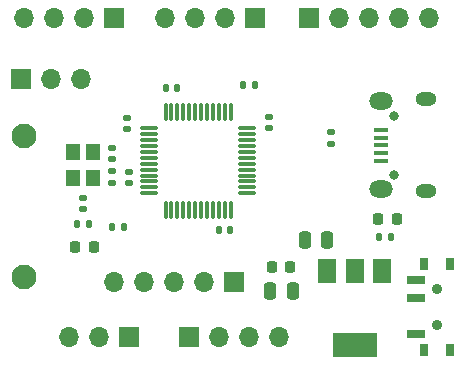
<source format=gbr>
%TF.GenerationSoftware,KiCad,Pcbnew,7.0.1-0*%
%TF.CreationDate,2023-10-24T00:04:38+02:00*%
%TF.ProjectId,SMT-32,534d542d-3332-42e6-9b69-6361645f7063,rev?*%
%TF.SameCoordinates,Original*%
%TF.FileFunction,Soldermask,Top*%
%TF.FilePolarity,Negative*%
%FSLAX46Y46*%
G04 Gerber Fmt 4.6, Leading zero omitted, Abs format (unit mm)*
G04 Created by KiCad (PCBNEW 7.0.1-0) date 2023-10-24 00:04:38*
%MOMM*%
%LPD*%
G01*
G04 APERTURE LIST*
G04 Aperture macros list*
%AMRoundRect*
0 Rectangle with rounded corners*
0 $1 Rounding radius*
0 $2 $3 $4 $5 $6 $7 $8 $9 X,Y pos of 4 corners*
0 Add a 4 corners polygon primitive as box body*
4,1,4,$2,$3,$4,$5,$6,$7,$8,$9,$2,$3,0*
0 Add four circle primitives for the rounded corners*
1,1,$1+$1,$2,$3*
1,1,$1+$1,$4,$5*
1,1,$1+$1,$6,$7*
1,1,$1+$1,$8,$9*
0 Add four rect primitives between the rounded corners*
20,1,$1+$1,$2,$3,$4,$5,0*
20,1,$1+$1,$4,$5,$6,$7,0*
20,1,$1+$1,$6,$7,$8,$9,0*
20,1,$1+$1,$8,$9,$2,$3,0*%
G04 Aperture macros list end*
%ADD10R,1.200000X1.400000*%
%ADD11RoundRect,0.140000X0.140000X0.170000X-0.140000X0.170000X-0.140000X-0.170000X0.140000X-0.170000X0*%
%ADD12O,1.700000X1.700000*%
%ADD13R,1.700000X1.700000*%
%ADD14R,1.500000X2.000000*%
%ADD15R,3.800000X2.000000*%
%ADD16R,0.800000X1.000000*%
%ADD17C,0.900000*%
%ADD18R,1.500000X0.700000*%
%ADD19RoundRect,0.140000X-0.170000X0.140000X-0.170000X-0.140000X0.170000X-0.140000X0.170000X0.140000X0*%
%ADD20C,2.100000*%
%ADD21RoundRect,0.225000X0.225000X0.250000X-0.225000X0.250000X-0.225000X-0.250000X0.225000X-0.250000X0*%
%ADD22RoundRect,0.140000X0.170000X-0.140000X0.170000X0.140000X-0.170000X0.140000X-0.170000X-0.140000X0*%
%ADD23RoundRect,0.218750X0.218750X0.256250X-0.218750X0.256250X-0.218750X-0.256250X0.218750X-0.256250X0*%
%ADD24RoundRect,0.135000X-0.135000X-0.185000X0.135000X-0.185000X0.135000X0.185000X-0.135000X0.185000X0*%
%ADD25RoundRect,0.250000X0.250000X0.475000X-0.250000X0.475000X-0.250000X-0.475000X0.250000X-0.475000X0*%
%ADD26RoundRect,0.075000X-0.075000X-0.662500X0.075000X-0.662500X0.075000X0.662500X-0.075000X0.662500X0*%
%ADD27RoundRect,0.075000X-0.662500X-0.075000X0.662500X-0.075000X0.662500X0.075000X-0.662500X0.075000X0*%
%ADD28O,0.800000X0.800000*%
%ADD29R,1.300000X0.450000*%
%ADD30O,1.800000X1.150000*%
%ADD31O,2.000000X1.450000*%
%ADD32RoundRect,0.218750X-0.218750X-0.256250X0.218750X-0.256250X0.218750X0.256250X-0.218750X0.256250X0*%
%ADD33RoundRect,0.135000X0.135000X0.185000X-0.135000X0.185000X-0.135000X-0.185000X0.135000X-0.185000X0*%
%ADD34RoundRect,0.140000X-0.140000X-0.170000X0.140000X-0.170000X0.140000X0.170000X-0.140000X0.170000X0*%
%ADD35RoundRect,0.135000X0.185000X-0.135000X0.185000X0.135000X-0.185000X0.135000X-0.185000X-0.135000X0*%
G04 APERTURE END LIST*
D10*
%TO.C,Y2*%
X85150000Y-37400000D03*
X85150000Y-39600000D03*
X86850000Y-39600000D03*
X86850000Y-37400000D03*
%TD*%
D11*
%TO.C,C7*%
X88490000Y-43800000D03*
X89450000Y-43800000D03*
%TD*%
D12*
%TO.C,J8*%
X85852000Y-31242000D03*
X83312000Y-31242000D03*
D13*
X80772000Y-31242000D03*
%TD*%
%TO.C,J5*%
X89916000Y-53086000D03*
D12*
X87376000Y-53086000D03*
X84836000Y-53086000D03*
%TD*%
D14*
%TO.C,U2*%
X106700000Y-47500000D03*
D15*
X109000000Y-53800000D03*
D14*
X109000000Y-47500000D03*
X111300000Y-47500000D03*
%TD*%
D13*
%TO.C,J7*%
X105180000Y-26100000D03*
D12*
X107720000Y-26100000D03*
X110260000Y-26100000D03*
X112800000Y-26100000D03*
X115340000Y-26100000D03*
%TD*%
D13*
%TO.C,J6*%
X98820000Y-48400000D03*
D12*
X96280000Y-48400000D03*
X93740000Y-48400000D03*
X91200000Y-48400000D03*
X88660000Y-48400000D03*
%TD*%
D13*
%TO.C,J3*%
X88670000Y-26100000D03*
D12*
X86130000Y-26100000D03*
X83590000Y-26100000D03*
X81050000Y-26100000D03*
%TD*%
D13*
%TO.C,J4*%
X94996000Y-53086000D03*
D12*
X97536000Y-53086000D03*
X100076000Y-53086000D03*
X102616000Y-53086000D03*
%TD*%
D16*
%TO.C,SW1*%
X114840000Y-46900000D03*
X117050000Y-54200000D03*
X117050000Y-46900000D03*
X114840000Y-54200000D03*
D17*
X115950000Y-49050000D03*
X115950000Y-52050000D03*
D18*
X114190000Y-52800000D03*
X114190000Y-49800000D03*
X114190000Y-48300000D03*
%TD*%
D11*
%TO.C,C8*%
X86480000Y-43500000D03*
X85520000Y-43500000D03*
%TD*%
D19*
%TO.C,C6*%
X89916000Y-40076000D03*
X89916000Y-39116000D03*
%TD*%
D20*
%TO.C,H1*%
X81026000Y-36068000D03*
%TD*%
D11*
%TO.C,C4*%
X98460000Y-44000000D03*
X97500000Y-44000000D03*
%TD*%
D19*
%TO.C,C11*%
X88500000Y-39060000D03*
X88500000Y-40020000D03*
%TD*%
D21*
%TO.C,C5*%
X103575000Y-47150000D03*
X102025000Y-47150000D03*
%TD*%
D22*
%TO.C,C3*%
X101800000Y-35380000D03*
X101800000Y-34420000D03*
%TD*%
D23*
%TO.C,FB1*%
X86925000Y-45450000D03*
X85350000Y-45450000D03*
%TD*%
D24*
%TO.C,R3*%
X112120000Y-44600000D03*
X111100000Y-44600000D03*
%TD*%
D25*
%TO.C,C13*%
X101850000Y-49200000D03*
X103750000Y-49200000D03*
%TD*%
D19*
%TO.C,C10*%
X88500000Y-37040000D03*
X88500000Y-38000000D03*
%TD*%
%TO.C,C9*%
X86000000Y-41300000D03*
X86000000Y-42260000D03*
%TD*%
D22*
%TO.C,C1*%
X89750000Y-35510000D03*
X89750000Y-34550000D03*
%TD*%
D26*
%TO.C,U1*%
X93000000Y-34000000D03*
X93500000Y-34000000D03*
X94000000Y-34000000D03*
X94500000Y-34000000D03*
X95000000Y-34000000D03*
X95500000Y-34000000D03*
X96000000Y-34000000D03*
X96500000Y-34000000D03*
X97000000Y-34000000D03*
X97500000Y-34000000D03*
X98000000Y-34000000D03*
X98500000Y-34000000D03*
D27*
X99912500Y-35412500D03*
X99912500Y-35912500D03*
X99912500Y-36412500D03*
X99912500Y-36912500D03*
X99912500Y-37412500D03*
X99912500Y-37912500D03*
X99912500Y-38412500D03*
X99912500Y-38912500D03*
X99912500Y-39412500D03*
X99912500Y-39912500D03*
X99912500Y-40412500D03*
X99912500Y-40912500D03*
D26*
X98500000Y-42325000D03*
X98000000Y-42325000D03*
X97500000Y-42325000D03*
X97000000Y-42325000D03*
X96500000Y-42325000D03*
X96000000Y-42325000D03*
X95500000Y-42325000D03*
X95000000Y-42325000D03*
X94500000Y-42325000D03*
X94000000Y-42325000D03*
X93500000Y-42325000D03*
X93000000Y-42325000D03*
D27*
X91587500Y-40912500D03*
X91587500Y-40412500D03*
X91587500Y-39912500D03*
X91587500Y-39412500D03*
X91587500Y-38912500D03*
X91587500Y-38412500D03*
X91587500Y-37912500D03*
X91587500Y-37412500D03*
X91587500Y-36912500D03*
X91587500Y-36412500D03*
X91587500Y-35912500D03*
X91587500Y-35412500D03*
%TD*%
D28*
%TO.C,J1*%
X112300000Y-39350000D03*
X112300000Y-34350000D03*
D29*
X111200000Y-38150000D03*
X111200000Y-37500000D03*
X111200000Y-36850000D03*
X111200000Y-36200000D03*
X111200000Y-35550000D03*
D30*
X115050000Y-40725000D03*
D31*
X111250000Y-40575000D03*
X111250000Y-33125000D03*
D30*
X115050000Y-32975000D03*
%TD*%
D32*
%TO.C,D1*%
X112600000Y-43100000D03*
X111025000Y-43100000D03*
%TD*%
D13*
%TO.C,J2*%
X100562000Y-26100000D03*
D12*
X98022000Y-26100000D03*
X95482000Y-26100000D03*
X92942000Y-26100000D03*
%TD*%
D25*
%TO.C,C12*%
X104800000Y-44900000D03*
X106700000Y-44900000D03*
%TD*%
D33*
%TO.C,R1*%
X99564000Y-31750000D03*
X100584000Y-31750000D03*
%TD*%
D20*
%TO.C,H2*%
X81026000Y-48006000D03*
%TD*%
D34*
%TO.C,C2*%
X93020000Y-32000000D03*
X93980000Y-32000000D03*
%TD*%
D35*
%TO.C,R2*%
X107050000Y-36720000D03*
X107050000Y-35700000D03*
%TD*%
M02*

</source>
